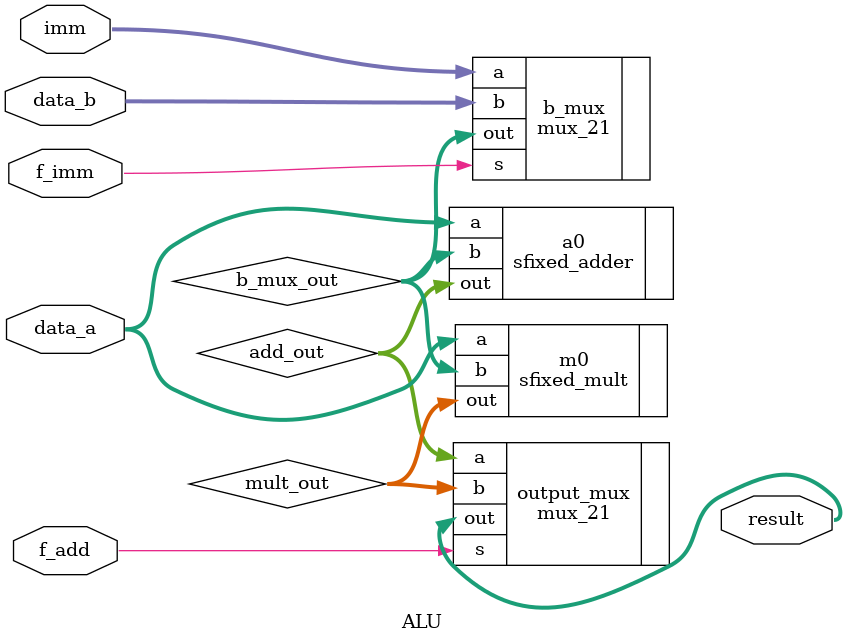
<source format=sv>
module ALU #(
    parameter BUS_WIDTH  = 8
) (
    input  logic [BUS_WIDTH-1:0] imm,
    input  logic [BUS_WIDTH-1:0] data_a,    
    input  logic [BUS_WIDTH-1:0] data_b,    
    input  logic                 f_imm,
    input  logic                 f_add,
    output logic [BUS_WIDTH-1:0] result 
);       

// setting up of add/subtract inputs
logic [BUS_WIDTH-1:0] op_e, e_add, coeff;
logic [BUS_WIDTH-1:0] op_a_reg, op_b_reg, op_c_reg, op_d_reg, op_e_reg;
logic [BUS_WIDTH-1:0] b_mux_out;

mux_21 #(
    BUS_WIDTH
) b_mux (   
    .s  (f_imm    ), 
    .a  (imm      ), 
    .b  (data_b   ),
    .out(b_mux_out)
);

// the computational part
logic [BUS_WIDTH-1:0] mult_out, add_out;

sfixed_mult #(
    7, 
    0,
    0, 
    7,
    7,
    0 
) m0 (
    .a  (data_a   ), // int
    .b  (b_mux_out), // tf
    .out(mult_out )
);

sfixed_adder #(
    7, 
    0, 
    7, 
    0,
    7, 
    0
) a0 ( 
    .a  (data_a   ), // int
    .b  (b_mux_out), // int
    .out(add_out  )
);

mux_21 #(
    BUS_WIDTH
) output_mux (   
    .s  (f_add   ), 
    .a  (add_out ), 
    .b  (mult_out),
    .out(result  )
);

endmodule 



</source>
